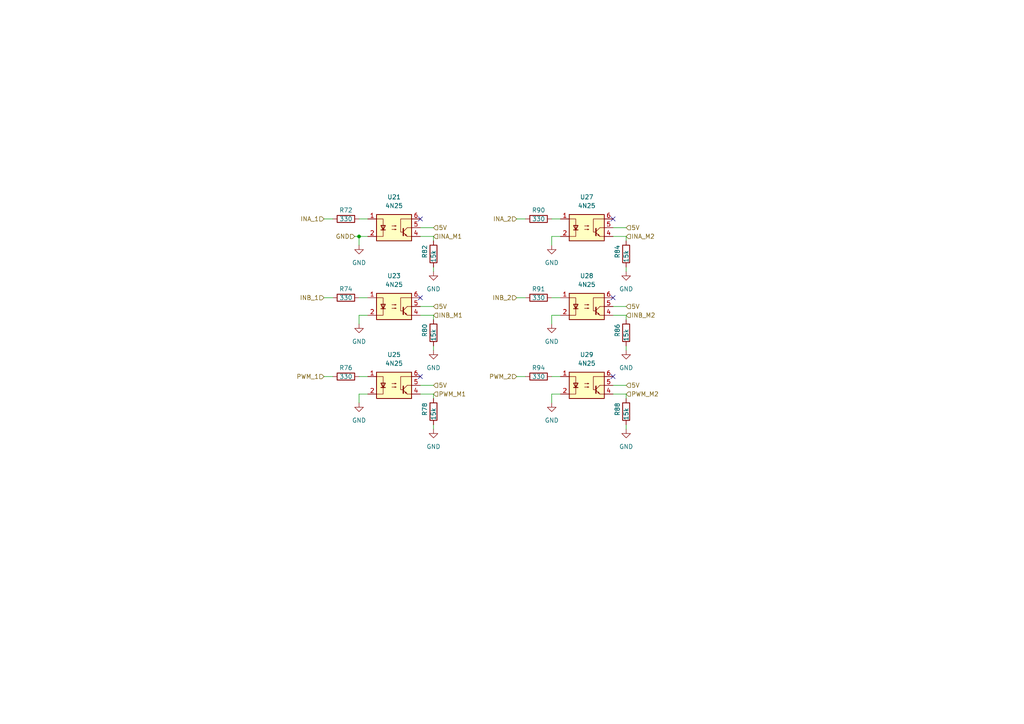
<source format=kicad_sch>
(kicad_sch (version 20230121) (generator eeschema)

  (uuid 005bbffc-5bc4-4b1d-aff7-e556cdf1312c)

  (paper "A4")

  (title_block
    (rev "1")
  )

  (lib_symbols
    (symbol "Device:R" (pin_numbers hide) (pin_names (offset 0)) (in_bom yes) (on_board yes)
      (property "Reference" "R" (at 2.032 0 90)
        (effects (font (size 1.27 1.27)))
      )
      (property "Value" "R" (at 0 0 90)
        (effects (font (size 1.27 1.27)))
      )
      (property "Footprint" "" (at -1.778 0 90)
        (effects (font (size 1.27 1.27)) hide)
      )
      (property "Datasheet" "~" (at 0 0 0)
        (effects (font (size 1.27 1.27)) hide)
      )
      (property "ki_keywords" "R res resistor" (at 0 0 0)
        (effects (font (size 1.27 1.27)) hide)
      )
      (property "ki_description" "Resistor" (at 0 0 0)
        (effects (font (size 1.27 1.27)) hide)
      )
      (property "ki_fp_filters" "R_*" (at 0 0 0)
        (effects (font (size 1.27 1.27)) hide)
      )
      (symbol "R_0_1"
        (rectangle (start -1.016 -2.54) (end 1.016 2.54)
          (stroke (width 0.254) (type default))
          (fill (type none))
        )
      )
      (symbol "R_1_1"
        (pin passive line (at 0 3.81 270) (length 1.27)
          (name "~" (effects (font (size 1.27 1.27))))
          (number "1" (effects (font (size 1.27 1.27))))
        )
        (pin passive line (at 0 -3.81 90) (length 1.27)
          (name "~" (effects (font (size 1.27 1.27))))
          (number "2" (effects (font (size 1.27 1.27))))
        )
      )
    )
    (symbol "Isolator:4N25" (pin_names (offset 1.016)) (in_bom yes) (on_board yes)
      (property "Reference" "U" (at -5.08 5.08 0)
        (effects (font (size 1.27 1.27)) (justify left))
      )
      (property "Value" "4N25" (at 0 5.08 0)
        (effects (font (size 1.27 1.27)) (justify left))
      )
      (property "Footprint" "Package_DIP:DIP-6_W7.62mm" (at -5.08 -5.08 0)
        (effects (font (size 1.27 1.27) italic) (justify left) hide)
      )
      (property "Datasheet" "https://www.vishay.com/docs/83725/4n25.pdf" (at 0 0 0)
        (effects (font (size 1.27 1.27)) (justify left) hide)
      )
      (property "ki_keywords" "NPN DC Optocoupler Base Connected" (at 0 0 0)
        (effects (font (size 1.27 1.27)) hide)
      )
      (property "ki_description" "DC Optocoupler Base Connected, Vce 30V, CTR 20%, Viso 2500V, DIP6" (at 0 0 0)
        (effects (font (size 1.27 1.27)) hide)
      )
      (property "ki_fp_filters" "DIP*W7.62mm*" (at 0 0 0)
        (effects (font (size 1.27 1.27)) hide)
      )
      (symbol "4N25_0_1"
        (rectangle (start -5.08 3.81) (end 5.08 -3.81)
          (stroke (width 0.254) (type default))
          (fill (type background))
        )
        (polyline
          (pts
            (xy -3.81 -0.635)
            (xy -2.54 -0.635)
          )
          (stroke (width 0.254) (type default))
          (fill (type none))
        )
        (polyline
          (pts
            (xy 2.667 -1.397)
            (xy 3.81 -2.54)
          )
          (stroke (width 0) (type default))
          (fill (type none))
        )
        (polyline
          (pts
            (xy 2.667 -1.143)
            (xy 3.81 0)
          )
          (stroke (width 0) (type default))
          (fill (type none))
        )
        (polyline
          (pts
            (xy 3.81 -2.54)
            (xy 5.08 -2.54)
          )
          (stroke (width 0) (type default))
          (fill (type none))
        )
        (polyline
          (pts
            (xy 3.81 0)
            (xy 5.08 0)
          )
          (stroke (width 0) (type default))
          (fill (type none))
        )
        (polyline
          (pts
            (xy 2.667 -0.254)
            (xy 2.667 -2.286)
            (xy 2.667 -2.286)
          )
          (stroke (width 0.3556) (type default))
          (fill (type none))
        )
        (polyline
          (pts
            (xy -5.08 -2.54)
            (xy -3.175 -2.54)
            (xy -3.175 2.54)
            (xy -5.08 2.54)
          )
          (stroke (width 0) (type default))
          (fill (type none))
        )
        (polyline
          (pts
            (xy -3.175 -0.635)
            (xy -3.81 0.635)
            (xy -2.54 0.635)
            (xy -3.175 -0.635)
          )
          (stroke (width 0.254) (type default))
          (fill (type none))
        )
        (polyline
          (pts
            (xy 3.683 -2.413)
            (xy 3.429 -1.905)
            (xy 3.175 -2.159)
            (xy 3.683 -2.413)
          )
          (stroke (width 0) (type default))
          (fill (type none))
        )
        (polyline
          (pts
            (xy 5.08 2.54)
            (xy 1.905 2.54)
            (xy 1.905 -1.27)
            (xy 2.54 -1.27)
          )
          (stroke (width 0) (type default))
          (fill (type none))
        )
        (polyline
          (pts
            (xy -0.635 -0.508)
            (xy 0.635 -0.508)
            (xy 0.254 -0.635)
            (xy 0.254 -0.381)
            (xy 0.635 -0.508)
          )
          (stroke (width 0) (type default))
          (fill (type none))
        )
        (polyline
          (pts
            (xy -0.635 0.508)
            (xy 0.635 0.508)
            (xy 0.254 0.381)
            (xy 0.254 0.635)
            (xy 0.635 0.508)
          )
          (stroke (width 0) (type default))
          (fill (type none))
        )
      )
      (symbol "4N25_1_1"
        (pin passive line (at -7.62 2.54 0) (length 2.54)
          (name "~" (effects (font (size 1.27 1.27))))
          (number "1" (effects (font (size 1.27 1.27))))
        )
        (pin passive line (at -7.62 -2.54 0) (length 2.54)
          (name "~" (effects (font (size 1.27 1.27))))
          (number "2" (effects (font (size 1.27 1.27))))
        )
        (pin no_connect line (at -5.08 0 0) (length 2.54) hide
          (name "NC" (effects (font (size 1.27 1.27))))
          (number "3" (effects (font (size 1.27 1.27))))
        )
        (pin passive line (at 7.62 -2.54 180) (length 2.54)
          (name "~" (effects (font (size 1.27 1.27))))
          (number "4" (effects (font (size 1.27 1.27))))
        )
        (pin passive line (at 7.62 0 180) (length 2.54)
          (name "~" (effects (font (size 1.27 1.27))))
          (number "5" (effects (font (size 1.27 1.27))))
        )
        (pin passive line (at 7.62 2.54 180) (length 2.54)
          (name "~" (effects (font (size 1.27 1.27))))
          (number "6" (effects (font (size 1.27 1.27))))
        )
      )
    )
    (symbol "power:GND" (power) (pin_names (offset 0)) (in_bom yes) (on_board yes)
      (property "Reference" "#PWR" (at 0 -6.35 0)
        (effects (font (size 1.27 1.27)) hide)
      )
      (property "Value" "GND" (at 0 -3.81 0)
        (effects (font (size 1.27 1.27)))
      )
      (property "Footprint" "" (at 0 0 0)
        (effects (font (size 1.27 1.27)) hide)
      )
      (property "Datasheet" "" (at 0 0 0)
        (effects (font (size 1.27 1.27)) hide)
      )
      (property "ki_keywords" "global power" (at 0 0 0)
        (effects (font (size 1.27 1.27)) hide)
      )
      (property "ki_description" "Power symbol creates a global label with name \"GND\" , ground" (at 0 0 0)
        (effects (font (size 1.27 1.27)) hide)
      )
      (symbol "GND_0_1"
        (polyline
          (pts
            (xy 0 0)
            (xy 0 -1.27)
            (xy 1.27 -1.27)
            (xy 0 -2.54)
            (xy -1.27 -1.27)
            (xy 0 -1.27)
          )
          (stroke (width 0) (type default))
          (fill (type none))
        )
      )
      (symbol "GND_1_1"
        (pin power_in line (at 0 0 270) (length 0) hide
          (name "GND" (effects (font (size 1.27 1.27))))
          (number "1" (effects (font (size 1.27 1.27))))
        )
      )
    )
  )

  (junction (at 104.14 68.58) (diameter 0) (color 0 0 0 0)
    (uuid 4849f251-88bd-499f-b212-db0e569a43d9)
  )

  (no_connect (at 177.8 109.22) (uuid 0bc2d1f5-ae23-4c1f-bc1a-6c960dd9eba2))
  (no_connect (at 177.8 63.5) (uuid 56720a52-05e1-4c18-86d7-372f004fcd61))
  (no_connect (at 121.92 86.36) (uuid 8ab46dad-5785-461b-a4a0-7074a2b45963))
  (no_connect (at 177.8 86.36) (uuid d16fef58-36c0-4d55-b6c5-3a6a405c10bd))
  (no_connect (at 121.92 63.5) (uuid d2f12b17-b151-42ba-8a68-8b18ce01b189))
  (no_connect (at 121.92 109.22) (uuid f1df3223-196a-491e-9451-b34d9050dbb5))

  (wire (pts (xy 162.56 114.3) (xy 160.02 114.3))
    (stroke (width 0) (type default))
    (uuid 072e9f49-99d2-49f7-8058-9b066fde8eaf)
  )
  (wire (pts (xy 177.8 68.58) (xy 181.61 68.58))
    (stroke (width 0) (type default))
    (uuid 0a41485a-4ca7-4f90-b95d-c62e8c0d90e5)
  )
  (wire (pts (xy 125.73 68.58) (xy 125.73 69.85))
    (stroke (width 0) (type default))
    (uuid 10edd621-c091-4694-bdd9-5a579d748fa3)
  )
  (wire (pts (xy 160.02 114.3) (xy 160.02 116.84))
    (stroke (width 0) (type default))
    (uuid 1661af69-3306-4313-8021-c0556bd3b4a0)
  )
  (wire (pts (xy 177.8 91.44) (xy 181.61 91.44))
    (stroke (width 0) (type default))
    (uuid 23327717-22c3-47fd-b7ed-f9e2b06c2da6)
  )
  (wire (pts (xy 104.14 109.22) (xy 106.68 109.22))
    (stroke (width 0) (type default))
    (uuid 26bb43a4-2c30-401e-a465-1a2a230d40c8)
  )
  (wire (pts (xy 104.14 68.58) (xy 104.14 71.12))
    (stroke (width 0) (type default))
    (uuid 281ceeec-8c87-4aa2-be3c-7d74c0305a00)
  )
  (wire (pts (xy 125.73 123.19) (xy 125.73 124.46))
    (stroke (width 0) (type default))
    (uuid 2f7a50ec-9dbf-4143-aee0-723779d73514)
  )
  (wire (pts (xy 125.73 91.44) (xy 125.73 92.71))
    (stroke (width 0) (type default))
    (uuid 315962be-5aa6-445d-95d2-67da81c4f9f2)
  )
  (wire (pts (xy 177.8 66.04) (xy 181.61 66.04))
    (stroke (width 0) (type default))
    (uuid 3cd15a74-7752-41fe-b6c8-ce42e52e986c)
  )
  (wire (pts (xy 121.92 111.76) (xy 125.73 111.76))
    (stroke (width 0) (type default))
    (uuid 43f81b95-307b-4565-ae87-051f4f0e2890)
  )
  (wire (pts (xy 177.8 88.9) (xy 181.61 88.9))
    (stroke (width 0) (type default))
    (uuid 50e4370e-1adf-4370-b48a-e9b1957dd545)
  )
  (wire (pts (xy 121.92 114.3) (xy 125.73 114.3))
    (stroke (width 0) (type default))
    (uuid 597ef0e2-55c2-4b65-989f-8c2865c3c648)
  )
  (wire (pts (xy 181.61 100.33) (xy 181.61 101.6))
    (stroke (width 0) (type default))
    (uuid 59a45a63-db4d-47e3-a85c-2a6d94b0e2b7)
  )
  (wire (pts (xy 177.8 114.3) (xy 181.61 114.3))
    (stroke (width 0) (type default))
    (uuid 5ae47333-181e-4ced-85a8-aff2db3ffa03)
  )
  (wire (pts (xy 104.14 86.36) (xy 106.68 86.36))
    (stroke (width 0) (type default))
    (uuid 62f0eb8b-d96c-40c9-b46b-5ee4fb2f70d0)
  )
  (wire (pts (xy 93.98 63.5) (xy 96.52 63.5))
    (stroke (width 0) (type default))
    (uuid 67abeb71-58dd-43c8-ba11-2e4fd12521f5)
  )
  (wire (pts (xy 102.87 68.58) (xy 104.14 68.58))
    (stroke (width 0) (type default))
    (uuid 6982c284-1ca7-4101-9555-b56d03d5a320)
  )
  (wire (pts (xy 160.02 68.58) (xy 160.02 71.12))
    (stroke (width 0) (type default))
    (uuid 6cd85072-cb03-424a-84f4-4a225131f131)
  )
  (wire (pts (xy 93.98 109.22) (xy 96.52 109.22))
    (stroke (width 0) (type default))
    (uuid 7acbfaba-663a-4538-be09-dca38249a4cb)
  )
  (wire (pts (xy 181.61 123.19) (xy 181.61 124.46))
    (stroke (width 0) (type default))
    (uuid 7ceb47a0-2ed8-4524-bd17-058b211a3626)
  )
  (wire (pts (xy 181.61 91.44) (xy 181.61 92.71))
    (stroke (width 0) (type default))
    (uuid 7e953870-6c84-4122-8112-3d84de99274d)
  )
  (wire (pts (xy 104.14 114.3) (xy 104.14 116.84))
    (stroke (width 0) (type default))
    (uuid 8cc0fa73-d6af-428d-b681-8cec92948908)
  )
  (wire (pts (xy 160.02 91.44) (xy 160.02 93.98))
    (stroke (width 0) (type default))
    (uuid 8fb7499c-835a-4ab5-87e7-bb48495934d0)
  )
  (wire (pts (xy 160.02 63.5) (xy 162.56 63.5))
    (stroke (width 0) (type default))
    (uuid 90548f23-e558-4b8e-9bb3-bd2e53dcf147)
  )
  (wire (pts (xy 106.68 68.58) (xy 104.14 68.58))
    (stroke (width 0) (type default))
    (uuid 9a1e2999-77d2-4a76-b7bc-7ec811888ec3)
  )
  (wire (pts (xy 125.73 114.3) (xy 125.73 115.57))
    (stroke (width 0) (type default))
    (uuid 9a5e9c8b-bf6a-40be-a9ef-1dd93723075f)
  )
  (wire (pts (xy 149.86 63.5) (xy 152.4 63.5))
    (stroke (width 0) (type default))
    (uuid a21343c8-99aa-42de-aac1-246cc9f2c550)
  )
  (wire (pts (xy 121.92 88.9) (xy 125.73 88.9))
    (stroke (width 0) (type default))
    (uuid a528210a-2939-4d72-b57a-c95979b3a33e)
  )
  (wire (pts (xy 149.86 86.36) (xy 152.4 86.36))
    (stroke (width 0) (type default))
    (uuid aa9acb82-b54b-4437-9aa5-6bd1a6856ff5)
  )
  (wire (pts (xy 181.61 68.58) (xy 181.61 69.85))
    (stroke (width 0) (type default))
    (uuid ae852d4f-1568-4dff-a27b-1ec04ab04cb5)
  )
  (wire (pts (xy 125.73 77.47) (xy 125.73 78.74))
    (stroke (width 0) (type default))
    (uuid ae9e81c4-56de-43d0-a94a-2214ca940c07)
  )
  (wire (pts (xy 181.61 114.3) (xy 181.61 115.57))
    (stroke (width 0) (type default))
    (uuid b01f5c30-1c1d-43e2-8eb3-5d555992c18d)
  )
  (wire (pts (xy 160.02 86.36) (xy 162.56 86.36))
    (stroke (width 0) (type default))
    (uuid b0b615fd-e189-437a-b225-faa554527a18)
  )
  (wire (pts (xy 125.73 100.33) (xy 125.73 101.6))
    (stroke (width 0) (type default))
    (uuid b36fa6c6-5cf1-4437-a5fb-115bc0478d56)
  )
  (wire (pts (xy 160.02 109.22) (xy 162.56 109.22))
    (stroke (width 0) (type default))
    (uuid bbf9409b-fd92-411f-b887-398182014454)
  )
  (wire (pts (xy 149.86 109.22) (xy 152.4 109.22))
    (stroke (width 0) (type default))
    (uuid c0c2f825-f8df-4dbd-b9cf-e424e3d373d0)
  )
  (wire (pts (xy 162.56 68.58) (xy 160.02 68.58))
    (stroke (width 0) (type default))
    (uuid c201bc7c-d1a1-4285-a958-26f7ffede9d2)
  )
  (wire (pts (xy 106.68 91.44) (xy 104.14 91.44))
    (stroke (width 0) (type default))
    (uuid cda56579-02b3-4112-b56a-928c7aaa7e2e)
  )
  (wire (pts (xy 93.98 86.36) (xy 96.52 86.36))
    (stroke (width 0) (type default))
    (uuid e47171c8-324e-454b-9787-a8887bb5bc5d)
  )
  (wire (pts (xy 106.68 114.3) (xy 104.14 114.3))
    (stroke (width 0) (type default))
    (uuid e5581b2c-cf57-43d1-9aff-96011a8fb5c1)
  )
  (wire (pts (xy 121.92 66.04) (xy 125.73 66.04))
    (stroke (width 0) (type default))
    (uuid e757cbf9-6a6d-4b0a-815a-2879ec48bd92)
  )
  (wire (pts (xy 177.8 111.76) (xy 181.61 111.76))
    (stroke (width 0) (type default))
    (uuid ee2cbff4-7be7-4bb4-9d45-b7489b04be65)
  )
  (wire (pts (xy 162.56 91.44) (xy 160.02 91.44))
    (stroke (width 0) (type default))
    (uuid ef80f24c-04f0-4dd7-b190-fc1fd2c0796a)
  )
  (wire (pts (xy 104.14 91.44) (xy 104.14 93.98))
    (stroke (width 0) (type default))
    (uuid f314aab3-8a80-4d3c-acc9-c52ab3bc455d)
  )
  (wire (pts (xy 121.92 91.44) (xy 125.73 91.44))
    (stroke (width 0) (type default))
    (uuid f3cdad55-e2db-4227-836d-b92a96896481)
  )
  (wire (pts (xy 121.92 68.58) (xy 125.73 68.58))
    (stroke (width 0) (type default))
    (uuid fa99a00a-c3b0-49e6-a05b-b50a4ac9adc8)
  )
  (wire (pts (xy 181.61 77.47) (xy 181.61 78.74))
    (stroke (width 0) (type default))
    (uuid fb5149f6-78bb-4642-a2f9-bc2a21597f68)
  )
  (wire (pts (xy 104.14 63.5) (xy 106.68 63.5))
    (stroke (width 0) (type default))
    (uuid fcc8dd4e-8763-4b38-b794-67cbd7c7e2a0)
  )

  (hierarchical_label "5V" (shape input) (at 181.61 66.04 0) (fields_autoplaced)
    (effects (font (size 1.27 1.27)) (justify left))
    (uuid 015a514c-6748-4acd-ab3d-ba2b9ff97011)
  )
  (hierarchical_label "5V" (shape input) (at 125.73 111.76 0) (fields_autoplaced)
    (effects (font (size 1.27 1.27)) (justify left))
    (uuid 06abe5dc-ddfc-42d5-bac8-6c160b8f8128)
  )
  (hierarchical_label "INB_M2" (shape input) (at 181.61 91.44 0) (fields_autoplaced)
    (effects (font (size 1.27 1.27)) (justify left))
    (uuid 150ba8f4-3e5e-424d-82bc-1e570589be38)
  )
  (hierarchical_label "PWM_1" (shape input) (at 93.98 109.22 180) (fields_autoplaced)
    (effects (font (size 1.27 1.27)) (justify right))
    (uuid 1fcaa0d8-dec6-4ada-a6f8-f5d0fdecfd83)
  )
  (hierarchical_label "INA_2" (shape input) (at 149.86 63.5 180) (fields_autoplaced)
    (effects (font (size 1.27 1.27)) (justify right))
    (uuid 2a1f0418-c346-4177-9158-250706260f8d)
  )
  (hierarchical_label "INB_2" (shape input) (at 149.86 86.36 180) (fields_autoplaced)
    (effects (font (size 1.27 1.27)) (justify right))
    (uuid 3401f2c3-481d-46cd-972a-657085f452d5)
  )
  (hierarchical_label "INA_M2" (shape input) (at 181.61 68.58 0) (fields_autoplaced)
    (effects (font (size 1.27 1.27)) (justify left))
    (uuid 599b047a-0e79-4526-8138-628ee83c99fa)
  )
  (hierarchical_label "5V" (shape input) (at 181.61 111.76 0) (fields_autoplaced)
    (effects (font (size 1.27 1.27)) (justify left))
    (uuid 60fea3a4-f8af-46c2-bced-9a17a2dcb977)
  )
  (hierarchical_label "PWM_M2" (shape input) (at 181.61 114.3 0) (fields_autoplaced)
    (effects (font (size 1.27 1.27)) (justify left))
    (uuid 6440fede-bdd2-4776-9ef0-bd425d6f6128)
  )
  (hierarchical_label "GND" (shape input) (at 102.87 68.58 180) (fields_autoplaced)
    (effects (font (size 1.27 1.27)) (justify right))
    (uuid 74c37efe-a028-446e-a143-849e6b90aefb)
  )
  (hierarchical_label "PWM_2" (shape input) (at 149.86 109.22 180) (fields_autoplaced)
    (effects (font (size 1.27 1.27)) (justify right))
    (uuid 7fe648d3-047b-415a-a107-bbfee277adcd)
  )
  (hierarchical_label "5V" (shape input) (at 125.73 88.9 0) (fields_autoplaced)
    (effects (font (size 1.27 1.27)) (justify left))
    (uuid a031691c-cbc4-4497-a544-33bfbbc3cfaa)
  )
  (hierarchical_label "5V" (shape input) (at 181.61 88.9 0) (fields_autoplaced)
    (effects (font (size 1.27 1.27)) (justify left))
    (uuid a816c8e4-b87a-4659-b2f1-83ce406352fe)
  )
  (hierarchical_label "INB_M1" (shape input) (at 125.73 91.44 0) (fields_autoplaced)
    (effects (font (size 1.27 1.27)) (justify left))
    (uuid b37a01ab-d2a6-497c-a345-d12c2c12ff5a)
  )
  (hierarchical_label "INA_1" (shape input) (at 93.98 63.5 180) (fields_autoplaced)
    (effects (font (size 1.27 1.27)) (justify right))
    (uuid b803f4d2-3577-49a6-84fb-fdbf541e6f5d)
  )
  (hierarchical_label "INA_M1" (shape input) (at 125.73 68.58 0) (fields_autoplaced)
    (effects (font (size 1.27 1.27)) (justify left))
    (uuid bbe53e8c-d3df-4e8b-94e0-869768214d9c)
  )
  (hierarchical_label "INB_1" (shape input) (at 93.98 86.36 180) (fields_autoplaced)
    (effects (font (size 1.27 1.27)) (justify right))
    (uuid d6a3f370-1502-417c-aefc-9821727631f1)
  )
  (hierarchical_label "PWM_M1" (shape input) (at 125.73 114.3 0) (fields_autoplaced)
    (effects (font (size 1.27 1.27)) (justify left))
    (uuid de0047af-12ac-4fba-86df-e07d0fc46b45)
  )
  (hierarchical_label "5V" (shape input) (at 125.73 66.04 0) (fields_autoplaced)
    (effects (font (size 1.27 1.27)) (justify left))
    (uuid fd7a2331-d612-4281-8016-77e18039a600)
  )

  (symbol (lib_id "power:GND") (at 160.02 71.12 0) (unit 1)
    (in_bom yes) (on_board yes) (dnp no) (fields_autoplaced)
    (uuid 082ffe27-9e5d-4798-bcc0-62881d08d9b1)
    (property "Reference" "#PWR0122" (at 160.02 77.47 0)
      (effects (font (size 1.27 1.27)) hide)
    )
    (property "Value" "GND" (at 160.02 76.2 0)
      (effects (font (size 1.27 1.27)))
    )
    (property "Footprint" "" (at 160.02 71.12 0)
      (effects (font (size 1.27 1.27)) hide)
    )
    (property "Datasheet" "" (at 160.02 71.12 0)
      (effects (font (size 1.27 1.27)) hide)
    )
    (pin "1" (uuid bf979107-9b13-4a31-8e10-97d4ad0f4901))
    (instances
      (project "fred_v3"
        (path "/210292b2-d6ba-424c-bd40-e4a2be18eb8d/b54a5b77-6097-4562-9836-27b2c01ae506/b72e0df5-9304-4238-a2dd-a9844fa728bc"
          (reference "#PWR0122") (unit 1)
        )
        (path "/210292b2-d6ba-424c-bd40-e4a2be18eb8d/b54a5b77-6097-4562-9836-27b2c01ae506/db610fff-2ae9-48d7-9d4d-0ea6a754abd2"
          (reference "#PWR0124") (unit 1)
        )
      )
    )
  )

  (symbol (lib_id "Isolator:4N25") (at 114.3 111.76 0) (unit 1)
    (in_bom yes) (on_board yes) (dnp no) (fields_autoplaced)
    (uuid 0a26cdb3-abaf-469f-aadf-7e77d660db2d)
    (property "Reference" "U25" (at 114.3 102.87 0)
      (effects (font (size 1.27 1.27)))
    )
    (property "Value" "4N25" (at 114.3 105.41 0)
      (effects (font (size 1.27 1.27)))
    )
    (property "Footprint" "Package_DIP:DIP-6_W7.62mm" (at 109.22 116.84 0)
      (effects (font (size 1.27 1.27) italic) (justify left) hide)
    )
    (property "Datasheet" "https://www.vishay.com/docs/83725/4n25.pdf" (at 114.3 111.76 0)
      (effects (font (size 1.27 1.27)) (justify left) hide)
    )
    (pin "1" (uuid 80e6da76-4771-4bac-b4b7-6f7451c8da5f))
    (pin "2" (uuid 8771a939-dcc8-4470-9075-b3f98c3c3821))
    (pin "3" (uuid ed92fae1-64e7-4bd6-a3ef-b40555336f06))
    (pin "4" (uuid 9f4a922e-0cab-4748-9ce7-ebe2e2bf1f2e))
    (pin "5" (uuid 8cc60a2f-ca9a-496e-bc5e-160a616d7b8d))
    (pin "6" (uuid 4dc9c188-5a94-4a33-ad02-da1995b4fb8c))
    (instances
      (project "fred_v3"
        (path "/210292b2-d6ba-424c-bd40-e4a2be18eb8d/b54a5b77-6097-4562-9836-27b2c01ae506/b72e0df5-9304-4238-a2dd-a9844fa728bc"
          (reference "U25") (unit 1)
        )
        (path "/210292b2-d6ba-424c-bd40-e4a2be18eb8d/b54a5b77-6097-4562-9836-27b2c01ae506/db610fff-2ae9-48d7-9d4d-0ea6a754abd2"
          (reference "U26") (unit 1)
        )
      )
    )
  )

  (symbol (lib_id "power:GND") (at 181.61 78.74 0) (unit 1)
    (in_bom yes) (on_board yes) (dnp no) (fields_autoplaced)
    (uuid 0d911d6d-4d3d-409e-82bd-26ff9cd91bd0)
    (property "Reference" "#PWR0123" (at 181.61 85.09 0)
      (effects (font (size 1.27 1.27)) hide)
    )
    (property "Value" "GND" (at 181.61 83.82 0)
      (effects (font (size 1.27 1.27)))
    )
    (property "Footprint" "" (at 181.61 78.74 0)
      (effects (font (size 1.27 1.27)) hide)
    )
    (property "Datasheet" "" (at 181.61 78.74 0)
      (effects (font (size 1.27 1.27)) hide)
    )
    (pin "1" (uuid 7121f748-771a-4f36-bd6a-220881b53950))
    (instances
      (project "fred_v3"
        (path "/210292b2-d6ba-424c-bd40-e4a2be18eb8d/b54a5b77-6097-4562-9836-27b2c01ae506/b72e0df5-9304-4238-a2dd-a9844fa728bc"
          (reference "#PWR0123") (unit 1)
        )
        (path "/210292b2-d6ba-424c-bd40-e4a2be18eb8d/b54a5b77-6097-4562-9836-27b2c01ae506/db610fff-2ae9-48d7-9d4d-0ea6a754abd2"
          (reference "#PWR0125") (unit 1)
        )
      )
    )
  )

  (symbol (lib_id "power:GND") (at 160.02 93.98 0) (unit 1)
    (in_bom yes) (on_board yes) (dnp no) (fields_autoplaced)
    (uuid 1b4a6f2f-8bbb-4167-9ded-7bbab3eff5b7)
    (property "Reference" "#PWR0126" (at 160.02 100.33 0)
      (effects (font (size 1.27 1.27)) hide)
    )
    (property "Value" "GND" (at 160.02 99.06 0)
      (effects (font (size 1.27 1.27)))
    )
    (property "Footprint" "" (at 160.02 93.98 0)
      (effects (font (size 1.27 1.27)) hide)
    )
    (property "Datasheet" "" (at 160.02 93.98 0)
      (effects (font (size 1.27 1.27)) hide)
    )
    (pin "1" (uuid 5e1b393a-361e-4098-99c6-9e57f6a37213))
    (instances
      (project "fred_v3"
        (path "/210292b2-d6ba-424c-bd40-e4a2be18eb8d/b54a5b77-6097-4562-9836-27b2c01ae506/b72e0df5-9304-4238-a2dd-a9844fa728bc"
          (reference "#PWR0126") (unit 1)
        )
        (path "/210292b2-d6ba-424c-bd40-e4a2be18eb8d/b54a5b77-6097-4562-9836-27b2c01ae506/db610fff-2ae9-48d7-9d4d-0ea6a754abd2"
          (reference "#PWR0128") (unit 1)
        )
      )
    )
  )

  (symbol (lib_id "Device:R") (at 181.61 96.52 180) (unit 1)
    (in_bom yes) (on_board yes) (dnp no)
    (uuid 1f30292a-74b1-41b6-b2e3-74d3054c212d)
    (property "Reference" "R86" (at 179.07 97.79 90)
      (effects (font (size 1.27 1.27)) (justify right))
    )
    (property "Value" "15k" (at 181.61 99.06 90)
      (effects (font (size 1.27 1.27)) (justify right))
    )
    (property "Footprint" "Resistor_SMD:R_0603_1608Metric_Pad0.98x0.95mm_HandSolder" (at 183.388 96.52 90)
      (effects (font (size 1.27 1.27)) hide)
    )
    (property "Datasheet" "~" (at 181.61 96.52 0)
      (effects (font (size 1.27 1.27)) hide)
    )
    (pin "1" (uuid f632cab9-1a65-4667-8e9b-cbf48a810420))
    (pin "2" (uuid 5511f126-1edc-4f1a-87c4-78b2b5240748))
    (instances
      (project "fred_v3"
        (path "/210292b2-d6ba-424c-bd40-e4a2be18eb8d/b54a5b77-6097-4562-9836-27b2c01ae506/b72e0df5-9304-4238-a2dd-a9844fa728bc"
          (reference "R86") (unit 1)
        )
        (path "/210292b2-d6ba-424c-bd40-e4a2be18eb8d/b54a5b77-6097-4562-9836-27b2c01ae506/db610fff-2ae9-48d7-9d4d-0ea6a754abd2"
          (reference "R87") (unit 1)
        )
      )
    )
  )

  (symbol (lib_id "Device:R") (at 100.33 63.5 90) (unit 1)
    (in_bom yes) (on_board yes) (dnp no)
    (uuid 2b1fc6a3-ec85-4b41-abc9-8891b890569c)
    (property "Reference" "R72" (at 100.33 60.96 90)
      (effects (font (size 1.27 1.27)))
    )
    (property "Value" "330" (at 100.33 63.5 90)
      (effects (font (size 1.27 1.27)))
    )
    (property "Footprint" "Resistor_SMD:R_0603_1608Metric_Pad0.98x0.95mm_HandSolder" (at 100.33 65.278 90)
      (effects (font (size 1.27 1.27)) hide)
    )
    (property "Datasheet" "~" (at 100.33 63.5 0)
      (effects (font (size 1.27 1.27)) hide)
    )
    (pin "1" (uuid 25bf523e-e1cf-4ede-b932-faae5a302bb2))
    (pin "2" (uuid 7e079773-eefd-4037-b7ff-ab3cfe4347c1))
    (instances
      (project "fred_v3"
        (path "/210292b2-d6ba-424c-bd40-e4a2be18eb8d/b54a5b77-6097-4562-9836-27b2c01ae506/b72e0df5-9304-4238-a2dd-a9844fa728bc"
          (reference "R72") (unit 1)
        )
        (path "/210292b2-d6ba-424c-bd40-e4a2be18eb8d/b54a5b77-6097-4562-9836-27b2c01ae506/db610fff-2ae9-48d7-9d4d-0ea6a754abd2"
          (reference "R73") (unit 1)
        )
      )
    )
  )

  (symbol (lib_id "power:GND") (at 125.73 101.6 0) (unit 1)
    (in_bom yes) (on_board yes) (dnp no) (fields_autoplaced)
    (uuid 317c927f-d705-400f-8918-be86c59511b9)
    (property "Reference" "#PWR0112" (at 125.73 107.95 0)
      (effects (font (size 1.27 1.27)) hide)
    )
    (property "Value" "GND" (at 125.73 106.68 0)
      (effects (font (size 1.27 1.27)))
    )
    (property "Footprint" "" (at 125.73 101.6 0)
      (effects (font (size 1.27 1.27)) hide)
    )
    (property "Datasheet" "" (at 125.73 101.6 0)
      (effects (font (size 1.27 1.27)) hide)
    )
    (pin "1" (uuid eaf8cff4-d42e-4b69-89c1-6a440d42984b))
    (instances
      (project "fred_v3"
        (path "/210292b2-d6ba-424c-bd40-e4a2be18eb8d/b54a5b77-6097-4562-9836-27b2c01ae506/b72e0df5-9304-4238-a2dd-a9844fa728bc"
          (reference "#PWR0112") (unit 1)
        )
        (path "/210292b2-d6ba-424c-bd40-e4a2be18eb8d/b54a5b77-6097-4562-9836-27b2c01ae506/db610fff-2ae9-48d7-9d4d-0ea6a754abd2"
          (reference "#PWR0113") (unit 1)
        )
      )
    )
  )

  (symbol (lib_id "Device:R") (at 125.73 96.52 180) (unit 1)
    (in_bom yes) (on_board yes) (dnp no)
    (uuid 38e7e7c5-ea92-404e-a46f-02101591e956)
    (property "Reference" "R80" (at 123.19 97.79 90)
      (effects (font (size 1.27 1.27)) (justify right))
    )
    (property "Value" "15k" (at 125.73 99.06 90)
      (effects (font (size 1.27 1.27)) (justify right))
    )
    (property "Footprint" "Resistor_SMD:R_0603_1608Metric_Pad0.98x0.95mm_HandSolder" (at 127.508 96.52 90)
      (effects (font (size 1.27 1.27)) hide)
    )
    (property "Datasheet" "~" (at 125.73 96.52 0)
      (effects (font (size 1.27 1.27)) hide)
    )
    (pin "1" (uuid a7866560-ec37-4a2e-84aa-cc8fd46250e1))
    (pin "2" (uuid cf923ac9-596a-44a8-9f90-5d73143eeab9))
    (instances
      (project "fred_v3"
        (path "/210292b2-d6ba-424c-bd40-e4a2be18eb8d/b54a5b77-6097-4562-9836-27b2c01ae506/b72e0df5-9304-4238-a2dd-a9844fa728bc"
          (reference "R80") (unit 1)
        )
        (path "/210292b2-d6ba-424c-bd40-e4a2be18eb8d/b54a5b77-6097-4562-9836-27b2c01ae506/db610fff-2ae9-48d7-9d4d-0ea6a754abd2"
          (reference "R81") (unit 1)
        )
      )
    )
  )

  (symbol (lib_id "Device:R") (at 156.21 63.5 90) (unit 1)
    (in_bom yes) (on_board yes) (dnp no)
    (uuid 3e0e1996-fe80-4571-a667-301515dd1b66)
    (property "Reference" "R90" (at 156.21 60.96 90)
      (effects (font (size 1.27 1.27)))
    )
    (property "Value" "330" (at 156.21 63.5 90)
      (effects (font (size 1.27 1.27)))
    )
    (property "Footprint" "Resistor_SMD:R_0603_1608Metric_Pad0.98x0.95mm_HandSolder" (at 156.21 65.278 90)
      (effects (font (size 1.27 1.27)) hide)
    )
    (property "Datasheet" "~" (at 156.21 63.5 0)
      (effects (font (size 1.27 1.27)) hide)
    )
    (pin "1" (uuid 0a111e47-f593-4912-8a94-3c0609f9db5e))
    (pin "2" (uuid d64421fe-6151-4fb3-8e74-385850a64cd4))
    (instances
      (project "fred_v3"
        (path "/210292b2-d6ba-424c-bd40-e4a2be18eb8d/b54a5b77-6097-4562-9836-27b2c01ae506/b72e0df5-9304-4238-a2dd-a9844fa728bc"
          (reference "R90") (unit 1)
        )
        (path "/210292b2-d6ba-424c-bd40-e4a2be18eb8d/b54a5b77-6097-4562-9836-27b2c01ae506/db610fff-2ae9-48d7-9d4d-0ea6a754abd2"
          (reference "R92") (unit 1)
        )
      )
    )
  )

  (symbol (lib_id "Device:R") (at 181.61 119.38 180) (unit 1)
    (in_bom yes) (on_board yes) (dnp no)
    (uuid 4608c1cf-f468-4b44-ba79-2197e2e6164f)
    (property "Reference" "R88" (at 179.07 120.65 90)
      (effects (font (size 1.27 1.27)) (justify right))
    )
    (property "Value" "15k" (at 181.61 121.92 90)
      (effects (font (size 1.27 1.27)) (justify right))
    )
    (property "Footprint" "Resistor_SMD:R_0603_1608Metric_Pad0.98x0.95mm_HandSolder" (at 183.388 119.38 90)
      (effects (font (size 1.27 1.27)) hide)
    )
    (property "Datasheet" "~" (at 181.61 119.38 0)
      (effects (font (size 1.27 1.27)) hide)
    )
    (pin "1" (uuid a81295d2-5fa3-4529-988f-ac91c497a440))
    (pin "2" (uuid 5224ff2a-b52e-4228-9c90-03415083747d))
    (instances
      (project "fred_v3"
        (path "/210292b2-d6ba-424c-bd40-e4a2be18eb8d/b54a5b77-6097-4562-9836-27b2c01ae506/b72e0df5-9304-4238-a2dd-a9844fa728bc"
          (reference "R88") (unit 1)
        )
        (path "/210292b2-d6ba-424c-bd40-e4a2be18eb8d/b54a5b77-6097-4562-9836-27b2c01ae506/db610fff-2ae9-48d7-9d4d-0ea6a754abd2"
          (reference "R89") (unit 1)
        )
      )
    )
  )

  (symbol (lib_id "Isolator:4N25") (at 170.18 88.9 0) (unit 1)
    (in_bom yes) (on_board yes) (dnp no) (fields_autoplaced)
    (uuid 47f6f804-0797-4ac5-a83b-8626c6044452)
    (property "Reference" "U28" (at 170.18 80.01 0)
      (effects (font (size 1.27 1.27)))
    )
    (property "Value" "4N25" (at 170.18 82.55 0)
      (effects (font (size 1.27 1.27)))
    )
    (property "Footprint" "Package_DIP:DIP-6_W7.62mm" (at 165.1 93.98 0)
      (effects (font (size 1.27 1.27) italic) (justify left) hide)
    )
    (property "Datasheet" "https://www.vishay.com/docs/83725/4n25.pdf" (at 170.18 88.9 0)
      (effects (font (size 1.27 1.27)) (justify left) hide)
    )
    (pin "1" (uuid 3b3eabc0-b5fc-459c-bf38-4af6552932c4))
    (pin "2" (uuid 7e2e6c5b-6a38-41a9-aeff-15487416904d))
    (pin "3" (uuid 51ad7e6a-7e14-4f78-b8fd-14a03d2ab5d0))
    (pin "4" (uuid 44551c6b-b0fe-4267-90b1-8340b2ad1fc3))
    (pin "5" (uuid dca62d7a-e004-4100-a2c7-413a45a31081))
    (pin "6" (uuid febd957f-48e6-4c6b-a932-58e350fbcbdf))
    (instances
      (project "fred_v3"
        (path "/210292b2-d6ba-424c-bd40-e4a2be18eb8d/b54a5b77-6097-4562-9836-27b2c01ae506/b72e0df5-9304-4238-a2dd-a9844fa728bc"
          (reference "U28") (unit 1)
        )
        (path "/210292b2-d6ba-424c-bd40-e4a2be18eb8d/b54a5b77-6097-4562-9836-27b2c01ae506/db610fff-2ae9-48d7-9d4d-0ea6a754abd2"
          (reference "U31") (unit 1)
        )
      )
    )
  )

  (symbol (lib_id "Device:R") (at 125.73 73.66 180) (unit 1)
    (in_bom yes) (on_board yes) (dnp no)
    (uuid 5d8278c8-bdd0-4f2b-a9fb-65f1b8680a72)
    (property "Reference" "R82" (at 123.19 74.93 90)
      (effects (font (size 1.27 1.27)) (justify right))
    )
    (property "Value" "15k" (at 125.73 76.2 90)
      (effects (font (size 1.27 1.27)) (justify right))
    )
    (property "Footprint" "Resistor_SMD:R_0603_1608Metric_Pad0.98x0.95mm_HandSolder" (at 127.508 73.66 90)
      (effects (font (size 1.27 1.27)) hide)
    )
    (property "Datasheet" "~" (at 125.73 73.66 0)
      (effects (font (size 1.27 1.27)) hide)
    )
    (pin "1" (uuid eb5c4098-ce16-422d-8117-9add87147799))
    (pin "2" (uuid 100561a5-e1dc-4c59-b4b8-88dbd4a6154e))
    (instances
      (project "fred_v3"
        (path "/210292b2-d6ba-424c-bd40-e4a2be18eb8d/b54a5b77-6097-4562-9836-27b2c01ae506/b72e0df5-9304-4238-a2dd-a9844fa728bc"
          (reference "R82") (unit 1)
        )
        (path "/210292b2-d6ba-424c-bd40-e4a2be18eb8d/b54a5b77-6097-4562-9836-27b2c01ae506/db610fff-2ae9-48d7-9d4d-0ea6a754abd2"
          (reference "R83") (unit 1)
        )
      )
    )
  )

  (symbol (lib_id "power:GND") (at 104.14 93.98 0) (unit 1)
    (in_bom yes) (on_board yes) (dnp no) (fields_autoplaced)
    (uuid 629a68c3-6ce7-417b-92e4-b79a1c3c3e9e)
    (property "Reference" "#PWR0116" (at 104.14 100.33 0)
      (effects (font (size 1.27 1.27)) hide)
    )
    (property "Value" "GND" (at 104.14 99.06 0)
      (effects (font (size 1.27 1.27)))
    )
    (property "Footprint" "" (at 104.14 93.98 0)
      (effects (font (size 1.27 1.27)) hide)
    )
    (property "Datasheet" "" (at 104.14 93.98 0)
      (effects (font (size 1.27 1.27)) hide)
    )
    (pin "1" (uuid cb8602b7-23ba-4717-a144-299678b93369))
    (instances
      (project "fred_v3"
        (path "/210292b2-d6ba-424c-bd40-e4a2be18eb8d/b54a5b77-6097-4562-9836-27b2c01ae506/b72e0df5-9304-4238-a2dd-a9844fa728bc"
          (reference "#PWR0116") (unit 1)
        )
        (path "/210292b2-d6ba-424c-bd40-e4a2be18eb8d/b54a5b77-6097-4562-9836-27b2c01ae506/db610fff-2ae9-48d7-9d4d-0ea6a754abd2"
          (reference "#PWR0117") (unit 1)
        )
      )
    )
  )

  (symbol (lib_id "Isolator:4N25") (at 170.18 66.04 0) (unit 1)
    (in_bom yes) (on_board yes) (dnp no) (fields_autoplaced)
    (uuid 6498c9ef-ccb1-46e7-a86c-c4357c8a25bf)
    (property "Reference" "U27" (at 170.18 57.15 0)
      (effects (font (size 1.27 1.27)))
    )
    (property "Value" "4N25" (at 170.18 59.69 0)
      (effects (font (size 1.27 1.27)))
    )
    (property "Footprint" "Package_DIP:DIP-6_W7.62mm" (at 165.1 71.12 0)
      (effects (font (size 1.27 1.27) italic) (justify left) hide)
    )
    (property "Datasheet" "https://www.vishay.com/docs/83725/4n25.pdf" (at 170.18 66.04 0)
      (effects (font (size 1.27 1.27)) (justify left) hide)
    )
    (pin "1" (uuid 554b069d-f62b-42fe-add1-186fd0930913))
    (pin "2" (uuid 1e3bf95f-c60a-47be-b889-b8e837ceef31))
    (pin "3" (uuid 6a0832bd-b251-486b-96db-1ec747c4dd5c))
    (pin "4" (uuid 0e700de3-87ae-4ae6-81c4-cb0a058b22f5))
    (pin "5" (uuid 66f1531b-b05f-4c87-8fa8-1a0d95dac57c))
    (pin "6" (uuid 5daf2e0d-7b61-41b7-8aab-d74677b0da07))
    (instances
      (project "fred_v3"
        (path "/210292b2-d6ba-424c-bd40-e4a2be18eb8d/b54a5b77-6097-4562-9836-27b2c01ae506/b72e0df5-9304-4238-a2dd-a9844fa728bc"
          (reference "U27") (unit 1)
        )
        (path "/210292b2-d6ba-424c-bd40-e4a2be18eb8d/b54a5b77-6097-4562-9836-27b2c01ae506/db610fff-2ae9-48d7-9d4d-0ea6a754abd2"
          (reference "U30") (unit 1)
        )
      )
    )
  )

  (symbol (lib_id "power:GND") (at 104.14 116.84 0) (unit 1)
    (in_bom yes) (on_board yes) (dnp no) (fields_autoplaced)
    (uuid 693ccd7c-2f2a-448c-81ee-bbf98245642f)
    (property "Reference" "#PWR0120" (at 104.14 123.19 0)
      (effects (font (size 1.27 1.27)) hide)
    )
    (property "Value" "GND" (at 104.14 121.92 0)
      (effects (font (size 1.27 1.27)))
    )
    (property "Footprint" "" (at 104.14 116.84 0)
      (effects (font (size 1.27 1.27)) hide)
    )
    (property "Datasheet" "" (at 104.14 116.84 0)
      (effects (font (size 1.27 1.27)) hide)
    )
    (pin "1" (uuid 0771edf7-7beb-4a41-8baf-01eb1ae3275c))
    (instances
      (project "fred_v3"
        (path "/210292b2-d6ba-424c-bd40-e4a2be18eb8d/b54a5b77-6097-4562-9836-27b2c01ae506/b72e0df5-9304-4238-a2dd-a9844fa728bc"
          (reference "#PWR0120") (unit 1)
        )
        (path "/210292b2-d6ba-424c-bd40-e4a2be18eb8d/b54a5b77-6097-4562-9836-27b2c01ae506/db610fff-2ae9-48d7-9d4d-0ea6a754abd2"
          (reference "#PWR0121") (unit 1)
        )
      )
    )
  )

  (symbol (lib_id "Device:R") (at 125.73 119.38 180) (unit 1)
    (in_bom yes) (on_board yes) (dnp no)
    (uuid 6b1e40c0-2c6f-41ae-b0b6-27281613e894)
    (property "Reference" "R78" (at 123.19 120.65 90)
      (effects (font (size 1.27 1.27)) (justify right))
    )
    (property "Value" "15k" (at 125.73 121.92 90)
      (effects (font (size 1.27 1.27)) (justify right))
    )
    (property "Footprint" "Resistor_SMD:R_0603_1608Metric_Pad0.98x0.95mm_HandSolder" (at 127.508 119.38 90)
      (effects (font (size 1.27 1.27)) hide)
    )
    (property "Datasheet" "~" (at 125.73 119.38 0)
      (effects (font (size 1.27 1.27)) hide)
    )
    (pin "1" (uuid ff4d0d1a-0d47-49ce-89b5-8095c530acbc))
    (pin "2" (uuid 7c8bfd2e-764f-443d-8133-180721687f19))
    (instances
      (project "fred_v3"
        (path "/210292b2-d6ba-424c-bd40-e4a2be18eb8d/b54a5b77-6097-4562-9836-27b2c01ae506/b72e0df5-9304-4238-a2dd-a9844fa728bc"
          (reference "R78") (unit 1)
        )
        (path "/210292b2-d6ba-424c-bd40-e4a2be18eb8d/b54a5b77-6097-4562-9836-27b2c01ae506/db610fff-2ae9-48d7-9d4d-0ea6a754abd2"
          (reference "R79") (unit 1)
        )
      )
    )
  )

  (symbol (lib_id "Device:R") (at 156.21 86.36 90) (unit 1)
    (in_bom yes) (on_board yes) (dnp no)
    (uuid 933dda02-9c97-405b-b229-7ea6a32dba8a)
    (property "Reference" "R91" (at 156.21 83.82 90)
      (effects (font (size 1.27 1.27)))
    )
    (property "Value" "330" (at 156.21 86.36 90)
      (effects (font (size 1.27 1.27)))
    )
    (property "Footprint" "Resistor_SMD:R_0603_1608Metric_Pad0.98x0.95mm_HandSolder" (at 156.21 88.138 90)
      (effects (font (size 1.27 1.27)) hide)
    )
    (property "Datasheet" "~" (at 156.21 86.36 0)
      (effects (font (size 1.27 1.27)) hide)
    )
    (pin "1" (uuid 74fc5909-cf40-490d-8200-c2c26c7a8684))
    (pin "2" (uuid d246e4b8-b3b5-4f1d-8497-d3ec8fc7cd11))
    (instances
      (project "fred_v3"
        (path "/210292b2-d6ba-424c-bd40-e4a2be18eb8d/b54a5b77-6097-4562-9836-27b2c01ae506/b72e0df5-9304-4238-a2dd-a9844fa728bc"
          (reference "R91") (unit 1)
        )
        (path "/210292b2-d6ba-424c-bd40-e4a2be18eb8d/b54a5b77-6097-4562-9836-27b2c01ae506/db610fff-2ae9-48d7-9d4d-0ea6a754abd2"
          (reference "R93") (unit 1)
        )
      )
    )
  )

  (symbol (lib_id "Isolator:4N25") (at 114.3 88.9 0) (unit 1)
    (in_bom yes) (on_board yes) (dnp no) (fields_autoplaced)
    (uuid 963a86a0-d6a6-4e0a-ab4b-6e32d404fe8e)
    (property "Reference" "U23" (at 114.3 80.01 0)
      (effects (font (size 1.27 1.27)))
    )
    (property "Value" "4N25" (at 114.3 82.55 0)
      (effects (font (size 1.27 1.27)))
    )
    (property "Footprint" "Package_DIP:DIP-6_W7.62mm" (at 109.22 93.98 0)
      (effects (font (size 1.27 1.27) italic) (justify left) hide)
    )
    (property "Datasheet" "https://www.vishay.com/docs/83725/4n25.pdf" (at 114.3 88.9 0)
      (effects (font (size 1.27 1.27)) (justify left) hide)
    )
    (pin "1" (uuid d2aff34a-fd93-4e27-b528-f79e80cdc703))
    (pin "2" (uuid 24a4d227-5f62-4b11-aa0d-bbdbd8b66106))
    (pin "3" (uuid d0df9f05-cb13-4688-ad78-71add1774222))
    (pin "4" (uuid 95d97f91-e4cf-4a98-a778-e8da44c77f73))
    (pin "5" (uuid 13f99d25-09e6-4eb9-a4a4-472d9021f7ca))
    (pin "6" (uuid 9034bbe2-ce45-4f90-b9c4-d2696e653319))
    (instances
      (project "fred_v3"
        (path "/210292b2-d6ba-424c-bd40-e4a2be18eb8d/b54a5b77-6097-4562-9836-27b2c01ae506/b72e0df5-9304-4238-a2dd-a9844fa728bc"
          (reference "U23") (unit 1)
        )
        (path "/210292b2-d6ba-424c-bd40-e4a2be18eb8d/b54a5b77-6097-4562-9836-27b2c01ae506/db610fff-2ae9-48d7-9d4d-0ea6a754abd2"
          (reference "U24") (unit 1)
        )
      )
    )
  )

  (symbol (lib_id "Device:R") (at 100.33 109.22 90) (unit 1)
    (in_bom yes) (on_board yes) (dnp no)
    (uuid 984946a1-f7cd-49c2-a37b-dd5fe97a2cd4)
    (property "Reference" "R76" (at 100.33 106.68 90)
      (effects (font (size 1.27 1.27)))
    )
    (property "Value" "330" (at 100.33 109.22 90)
      (effects (font (size 1.27 1.27)))
    )
    (property "Footprint" "Resistor_SMD:R_0603_1608Metric_Pad0.98x0.95mm_HandSolder" (at 100.33 110.998 90)
      (effects (font (size 1.27 1.27)) hide)
    )
    (property "Datasheet" "~" (at 100.33 109.22 0)
      (effects (font (size 1.27 1.27)) hide)
    )
    (pin "1" (uuid 6cde897c-6b8f-47bf-a4df-2a0f06683c50))
    (pin "2" (uuid 49ff4996-0120-4f84-ab68-125045cab5ca))
    (instances
      (project "fred_v3"
        (path "/210292b2-d6ba-424c-bd40-e4a2be18eb8d/b54a5b77-6097-4562-9836-27b2c01ae506/b72e0df5-9304-4238-a2dd-a9844fa728bc"
          (reference "R76") (unit 1)
        )
        (path "/210292b2-d6ba-424c-bd40-e4a2be18eb8d/b54a5b77-6097-4562-9836-27b2c01ae506/db610fff-2ae9-48d7-9d4d-0ea6a754abd2"
          (reference "R77") (unit 1)
        )
      )
    )
  )

  (symbol (lib_id "Device:R") (at 181.61 73.66 180) (unit 1)
    (in_bom yes) (on_board yes) (dnp no)
    (uuid a4866abf-820e-4565-8d92-25e35ffab5cc)
    (property "Reference" "R84" (at 179.07 74.93 90)
      (effects (font (size 1.27 1.27)) (justify right))
    )
    (property "Value" "15k" (at 181.61 76.2 90)
      (effects (font (size 1.27 1.27)) (justify right))
    )
    (property "Footprint" "Resistor_SMD:R_0603_1608Metric_Pad0.98x0.95mm_HandSolder" (at 183.388 73.66 90)
      (effects (font (size 1.27 1.27)) hide)
    )
    (property "Datasheet" "~" (at 181.61 73.66 0)
      (effects (font (size 1.27 1.27)) hide)
    )
    (pin "1" (uuid e7efe296-97ac-4221-9877-75a3da102971))
    (pin "2" (uuid c17574df-7f08-4950-8ef3-5e5e8d69865a))
    (instances
      (project "fred_v3"
        (path "/210292b2-d6ba-424c-bd40-e4a2be18eb8d/b54a5b77-6097-4562-9836-27b2c01ae506/b72e0df5-9304-4238-a2dd-a9844fa728bc"
          (reference "R84") (unit 1)
        )
        (path "/210292b2-d6ba-424c-bd40-e4a2be18eb8d/b54a5b77-6097-4562-9836-27b2c01ae506/db610fff-2ae9-48d7-9d4d-0ea6a754abd2"
          (reference "R85") (unit 1)
        )
      )
    )
  )

  (symbol (lib_id "power:GND") (at 181.61 101.6 0) (unit 1)
    (in_bom yes) (on_board yes) (dnp no) (fields_autoplaced)
    (uuid acbd7aa3-85a6-443c-86da-17ceaad2c585)
    (property "Reference" "#PWR0127" (at 181.61 107.95 0)
      (effects (font (size 1.27 1.27)) hide)
    )
    (property "Value" "GND" (at 181.61 106.68 0)
      (effects (font (size 1.27 1.27)))
    )
    (property "Footprint" "" (at 181.61 101.6 0)
      (effects (font (size 1.27 1.27)) hide)
    )
    (property "Datasheet" "" (at 181.61 101.6 0)
      (effects (font (size 1.27 1.27)) hide)
    )
    (pin "1" (uuid ecbef111-64cc-408f-bd64-c6b88d188f77))
    (instances
      (project "fred_v3"
        (path "/210292b2-d6ba-424c-bd40-e4a2be18eb8d/b54a5b77-6097-4562-9836-27b2c01ae506/b72e0df5-9304-4238-a2dd-a9844fa728bc"
          (reference "#PWR0127") (unit 1)
        )
        (path "/210292b2-d6ba-424c-bd40-e4a2be18eb8d/b54a5b77-6097-4562-9836-27b2c01ae506/db610fff-2ae9-48d7-9d4d-0ea6a754abd2"
          (reference "#PWR0129") (unit 1)
        )
      )
    )
  )

  (symbol (lib_id "power:GND") (at 125.73 124.46 0) (unit 1)
    (in_bom yes) (on_board yes) (dnp no) (fields_autoplaced)
    (uuid b3666cb4-b278-4716-8d01-2545983d8894)
    (property "Reference" "#PWR0114" (at 125.73 130.81 0)
      (effects (font (size 1.27 1.27)) hide)
    )
    (property "Value" "GND" (at 125.73 129.54 0)
      (effects (font (size 1.27 1.27)))
    )
    (property "Footprint" "" (at 125.73 124.46 0)
      (effects (font (size 1.27 1.27)) hide)
    )
    (property "Datasheet" "" (at 125.73 124.46 0)
      (effects (font (size 1.27 1.27)) hide)
    )
    (pin "1" (uuid f8ad5ecb-a0bc-4330-baf5-8b203a4a7c26))
    (instances
      (project "fred_v3"
        (path "/210292b2-d6ba-424c-bd40-e4a2be18eb8d/b54a5b77-6097-4562-9836-27b2c01ae506/b72e0df5-9304-4238-a2dd-a9844fa728bc"
          (reference "#PWR0114") (unit 1)
        )
        (path "/210292b2-d6ba-424c-bd40-e4a2be18eb8d/b54a5b77-6097-4562-9836-27b2c01ae506/db610fff-2ae9-48d7-9d4d-0ea6a754abd2"
          (reference "#PWR0115") (unit 1)
        )
      )
    )
  )

  (symbol (lib_id "Isolator:4N25") (at 114.3 66.04 0) (unit 1)
    (in_bom yes) (on_board yes) (dnp no) (fields_autoplaced)
    (uuid b9852747-3d29-4d57-9d0e-079310b0077d)
    (property "Reference" "U21" (at 114.3 57.15 0)
      (effects (font (size 1.27 1.27)))
    )
    (property "Value" "4N25" (at 114.3 59.69 0)
      (effects (font (size 1.27 1.27)))
    )
    (property "Footprint" "Package_DIP:DIP-6_W7.62mm" (at 109.22 71.12 0)
      (effects (font (size 1.27 1.27) italic) (justify left) hide)
    )
    (property "Datasheet" "https://www.vishay.com/docs/83725/4n25.pdf" (at 114.3 66.04 0)
      (effects (font (size 1.27 1.27)) (justify left) hide)
    )
    (pin "1" (uuid 138771d9-a3ed-4915-9a28-2e4b35da3ab4))
    (pin "2" (uuid 615a4287-facf-417b-ae26-1d2e2a4cb454))
    (pin "3" (uuid e1b5005d-9524-4f77-91e1-4d14469ac1b9))
    (pin "4" (uuid f6888cc2-f2c5-43ca-ba33-e844dc7ed2e5))
    (pin "5" (uuid eda26095-9013-446d-8e0f-d6a46e800fba))
    (pin "6" (uuid fa64c850-7e3f-42fe-aebf-3dea72bee26a))
    (instances
      (project "fred_v3"
        (path "/210292b2-d6ba-424c-bd40-e4a2be18eb8d/b54a5b77-6097-4562-9836-27b2c01ae506/b72e0df5-9304-4238-a2dd-a9844fa728bc"
          (reference "U21") (unit 1)
        )
        (path "/210292b2-d6ba-424c-bd40-e4a2be18eb8d/b54a5b77-6097-4562-9836-27b2c01ae506/db610fff-2ae9-48d7-9d4d-0ea6a754abd2"
          (reference "U22") (unit 1)
        )
      )
    )
  )

  (symbol (lib_id "power:GND") (at 125.73 78.74 0) (unit 1)
    (in_bom yes) (on_board yes) (dnp no) (fields_autoplaced)
    (uuid bb015378-339e-4de5-befc-45835a93cacc)
    (property "Reference" "#PWR0110" (at 125.73 85.09 0)
      (effects (font (size 1.27 1.27)) hide)
    )
    (property "Value" "GND" (at 125.73 83.82 0)
      (effects (font (size 1.27 1.27)))
    )
    (property "Footprint" "" (at 125.73 78.74 0)
      (effects (font (size 1.27 1.27)) hide)
    )
    (property "Datasheet" "" (at 125.73 78.74 0)
      (effects (font (size 1.27 1.27)) hide)
    )
    (pin "1" (uuid 3197d17a-3754-4cce-a8a2-a6d7e84f0592))
    (instances
      (project "fred_v3"
        (path "/210292b2-d6ba-424c-bd40-e4a2be18eb8d/b54a5b77-6097-4562-9836-27b2c01ae506/b72e0df5-9304-4238-a2dd-a9844fa728bc"
          (reference "#PWR0110") (unit 1)
        )
        (path "/210292b2-d6ba-424c-bd40-e4a2be18eb8d/b54a5b77-6097-4562-9836-27b2c01ae506/db610fff-2ae9-48d7-9d4d-0ea6a754abd2"
          (reference "#PWR0111") (unit 1)
        )
      )
    )
  )

  (symbol (lib_id "Isolator:4N25") (at 170.18 111.76 0) (unit 1)
    (in_bom yes) (on_board yes) (dnp no) (fields_autoplaced)
    (uuid befab442-fcdc-4c30-aafd-8e801218a2c3)
    (property "Reference" "U29" (at 170.18 102.87 0)
      (effects (font (size 1.27 1.27)))
    )
    (property "Value" "4N25" (at 170.18 105.41 0)
      (effects (font (size 1.27 1.27)))
    )
    (property "Footprint" "Package_DIP:DIP-6_W7.62mm" (at 165.1 116.84 0)
      (effects (font (size 1.27 1.27) italic) (justify left) hide)
    )
    (property "Datasheet" "https://www.vishay.com/docs/83725/4n25.pdf" (at 170.18 111.76 0)
      (effects (font (size 1.27 1.27)) (justify left) hide)
    )
    (pin "1" (uuid c5fcb20e-a45e-4b8e-b50c-12e8d2aa6476))
    (pin "2" (uuid 812749c2-c6c5-4dd7-8db2-c6d42e80ea89))
    (pin "3" (uuid 09b86009-a072-4baa-a51f-b1d1d22ea3ea))
    (pin "4" (uuid 178dbafa-7129-4cd7-9ba6-00d756038107))
    (pin "5" (uuid 1adc49f0-690c-48e8-b176-16ff35b5e80b))
    (pin "6" (uuid 00ed9b96-a32f-4525-94d8-4d1b385181b8))
    (instances
      (project "fred_v3"
        (path "/210292b2-d6ba-424c-bd40-e4a2be18eb8d/b54a5b77-6097-4562-9836-27b2c01ae506/b72e0df5-9304-4238-a2dd-a9844fa728bc"
          (reference "U29") (unit 1)
        )
        (path "/210292b2-d6ba-424c-bd40-e4a2be18eb8d/b54a5b77-6097-4562-9836-27b2c01ae506/db610fff-2ae9-48d7-9d4d-0ea6a754abd2"
          (reference "U32") (unit 1)
        )
      )
    )
  )

  (symbol (lib_id "Device:R") (at 100.33 86.36 90) (unit 1)
    (in_bom yes) (on_board yes) (dnp no)
    (uuid cf09a556-2be6-44d3-9af2-2c441017b658)
    (property "Reference" "R74" (at 100.33 83.82 90)
      (effects (font (size 1.27 1.27)))
    )
    (property "Value" "330" (at 100.33 86.36 90)
      (effects (font (size 1.27 1.27)))
    )
    (property "Footprint" "Resistor_SMD:R_0603_1608Metric_Pad0.98x0.95mm_HandSolder" (at 100.33 88.138 90)
      (effects (font (size 1.27 1.27)) hide)
    )
    (property "Datasheet" "~" (at 100.33 86.36 0)
      (effects (font (size 1.27 1.27)) hide)
    )
    (pin "1" (uuid f34ccee1-0888-43af-9e88-73815d41ba6a))
    (pin "2" (uuid ef97b0f8-4fc2-4634-98ba-fb9f0d4ccf15))
    (instances
      (project "fred_v3"
        (path "/210292b2-d6ba-424c-bd40-e4a2be18eb8d/b54a5b77-6097-4562-9836-27b2c01ae506/b72e0df5-9304-4238-a2dd-a9844fa728bc"
          (reference "R74") (unit 1)
        )
        (path "/210292b2-d6ba-424c-bd40-e4a2be18eb8d/b54a5b77-6097-4562-9836-27b2c01ae506/db610fff-2ae9-48d7-9d4d-0ea6a754abd2"
          (reference "R75") (unit 1)
        )
      )
    )
  )

  (symbol (lib_id "power:GND") (at 104.14 71.12 0) (unit 1)
    (in_bom yes) (on_board yes) (dnp no) (fields_autoplaced)
    (uuid d668557f-45c5-4442-8f9e-73e873fb2232)
    (property "Reference" "#PWR0118" (at 104.14 77.47 0)
      (effects (font (size 1.27 1.27)) hide)
    )
    (property "Value" "GND" (at 104.14 76.2 0)
      (effects (font (size 1.27 1.27)))
    )
    (property "Footprint" "" (at 104.14 71.12 0)
      (effects (font (size 1.27 1.27)) hide)
    )
    (property "Datasheet" "" (at 104.14 71.12 0)
      (effects (font (size 1.27 1.27)) hide)
    )
    (pin "1" (uuid fe3562ec-90d7-401c-980f-5549adb3a93f))
    (instances
      (project "fred_v3"
        (path "/210292b2-d6ba-424c-bd40-e4a2be18eb8d/b54a5b77-6097-4562-9836-27b2c01ae506/b72e0df5-9304-4238-a2dd-a9844fa728bc"
          (reference "#PWR0118") (unit 1)
        )
        (path "/210292b2-d6ba-424c-bd40-e4a2be18eb8d/b54a5b77-6097-4562-9836-27b2c01ae506/db610fff-2ae9-48d7-9d4d-0ea6a754abd2"
          (reference "#PWR0119") (unit 1)
        )
      )
    )
  )

  (symbol (lib_id "power:GND") (at 160.02 116.84 0) (unit 1)
    (in_bom yes) (on_board yes) (dnp no) (fields_autoplaced)
    (uuid d98ea950-d91e-4d35-b8e3-42f13d1715e8)
    (property "Reference" "#PWR0130" (at 160.02 123.19 0)
      (effects (font (size 1.27 1.27)) hide)
    )
    (property "Value" "GND" (at 160.02 121.92 0)
      (effects (font (size 1.27 1.27)))
    )
    (property "Footprint" "" (at 160.02 116.84 0)
      (effects (font (size 1.27 1.27)) hide)
    )
    (property "Datasheet" "" (at 160.02 116.84 0)
      (effects (font (size 1.27 1.27)) hide)
    )
    (pin "1" (uuid 0123e09c-c543-4fae-a2a8-af7f608d8c00))
    (instances
      (project "fred_v3"
        (path "/210292b2-d6ba-424c-bd40-e4a2be18eb8d/b54a5b77-6097-4562-9836-27b2c01ae506/b72e0df5-9304-4238-a2dd-a9844fa728bc"
          (reference "#PWR0130") (unit 1)
        )
        (path "/210292b2-d6ba-424c-bd40-e4a2be18eb8d/b54a5b77-6097-4562-9836-27b2c01ae506/db610fff-2ae9-48d7-9d4d-0ea6a754abd2"
          (reference "#PWR0132") (unit 1)
        )
      )
    )
  )

  (symbol (lib_id "power:GND") (at 181.61 124.46 0) (unit 1)
    (in_bom yes) (on_board yes) (dnp no) (fields_autoplaced)
    (uuid e0f4912b-6ea0-4b4f-bb1b-d1c4efd7bbf4)
    (property "Reference" "#PWR0131" (at 181.61 130.81 0)
      (effects (font (size 1.27 1.27)) hide)
    )
    (property "Value" "GND" (at 181.61 129.54 0)
      (effects (font (size 1.27 1.27)))
    )
    (property "Footprint" "" (at 181.61 124.46 0)
      (effects (font (size 1.27 1.27)) hide)
    )
    (property "Datasheet" "" (at 181.61 124.46 0)
      (effects (font (size 1.27 1.27)) hide)
    )
    (pin "1" (uuid da56043e-8fb5-48c0-8415-1121f03cf94b))
    (instances
      (project "fred_v3"
        (path "/210292b2-d6ba-424c-bd40-e4a2be18eb8d/b54a5b77-6097-4562-9836-27b2c01ae506/b72e0df5-9304-4238-a2dd-a9844fa728bc"
          (reference "#PWR0131") (unit 1)
        )
        (path "/210292b2-d6ba-424c-bd40-e4a2be18eb8d/b54a5b77-6097-4562-9836-27b2c01ae506/db610fff-2ae9-48d7-9d4d-0ea6a754abd2"
          (reference "#PWR0133") (unit 1)
        )
      )
    )
  )

  (symbol (lib_id "Device:R") (at 156.21 109.22 90) (unit 1)
    (in_bom yes) (on_board yes) (dnp no)
    (uuid e4365651-e084-4f2a-9b0a-bfed4f6c7d4f)
    (property "Reference" "R94" (at 156.21 106.68 90)
      (effects (font (size 1.27 1.27)))
    )
    (property "Value" "330" (at 156.21 109.22 90)
      (effects (font (size 1.27 1.27)))
    )
    (property "Footprint" "Resistor_SMD:R_0603_1608Metric_Pad0.98x0.95mm_HandSolder" (at 156.21 110.998 90)
      (effects (font (size 1.27 1.27)) hide)
    )
    (property "Datasheet" "~" (at 156.21 109.22 0)
      (effects (font (size 1.27 1.27)) hide)
    )
    (pin "1" (uuid 787398f4-ecdf-44a4-afbd-63571ac50dd0))
    (pin "2" (uuid 397604e1-9173-4ae1-8fc4-6802d48f8281))
    (instances
      (project "fred_v3"
        (path "/210292b2-d6ba-424c-bd40-e4a2be18eb8d/b54a5b77-6097-4562-9836-27b2c01ae506/b72e0df5-9304-4238-a2dd-a9844fa728bc"
          (reference "R94") (unit 1)
        )
        (path "/210292b2-d6ba-424c-bd40-e4a2be18eb8d/b54a5b77-6097-4562-9836-27b2c01ae506/db610fff-2ae9-48d7-9d4d-0ea6a754abd2"
          (reference "R96") (unit 1)
        )
      )
    )
  )
)

</source>
